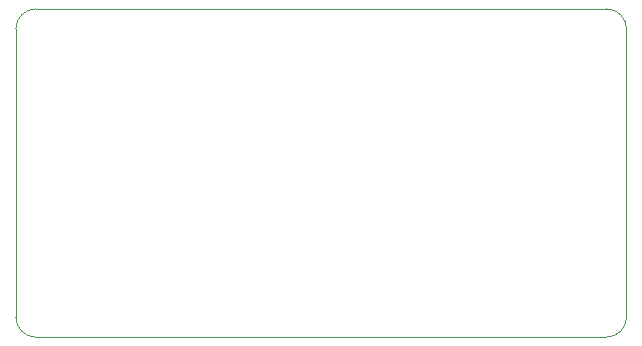
<source format=gbr>
%TF.GenerationSoftware,KiCad,Pcbnew,8.0.4*%
%TF.CreationDate,2024-08-23T17:35:40+03:00*%
%TF.ProjectId,STM32-Pill,53544d33-322d-4506-996c-6c2e6b696361,rev?*%
%TF.SameCoordinates,Original*%
%TF.FileFunction,Profile,NP*%
%FSLAX46Y46*%
G04 Gerber Fmt 4.6, Leading zero omitted, Abs format (unit mm)*
G04 Created by KiCad (PCBNEW 8.0.4) date 2024-08-23 17:35:40*
%MOMM*%
%LPD*%
G01*
G04 APERTURE LIST*
%TA.AperFunction,Profile*%
%ADD10C,0.100000*%
%TD*%
G04 APERTURE END LIST*
D10*
X119500000Y-80600001D02*
G75*
G02*
X121200000Y-78900000I1700000J1D01*
G01*
X121200000Y-78900001D02*
X169497918Y-78897919D01*
X171197918Y-104997918D02*
G75*
G02*
X169497918Y-106697918I-1700000J0D01*
G01*
X169497918Y-106697918D02*
X121200000Y-106700001D01*
X121200000Y-106700001D02*
G75*
G02*
X119499999Y-105000000I0J1700001D01*
G01*
X171197918Y-104997918D02*
X171197918Y-80597919D01*
X119499999Y-105000000D02*
X119500000Y-80600001D01*
X169497918Y-78897919D02*
G75*
G02*
X171197917Y-80597919I0J-1699999D01*
G01*
M02*

</source>
